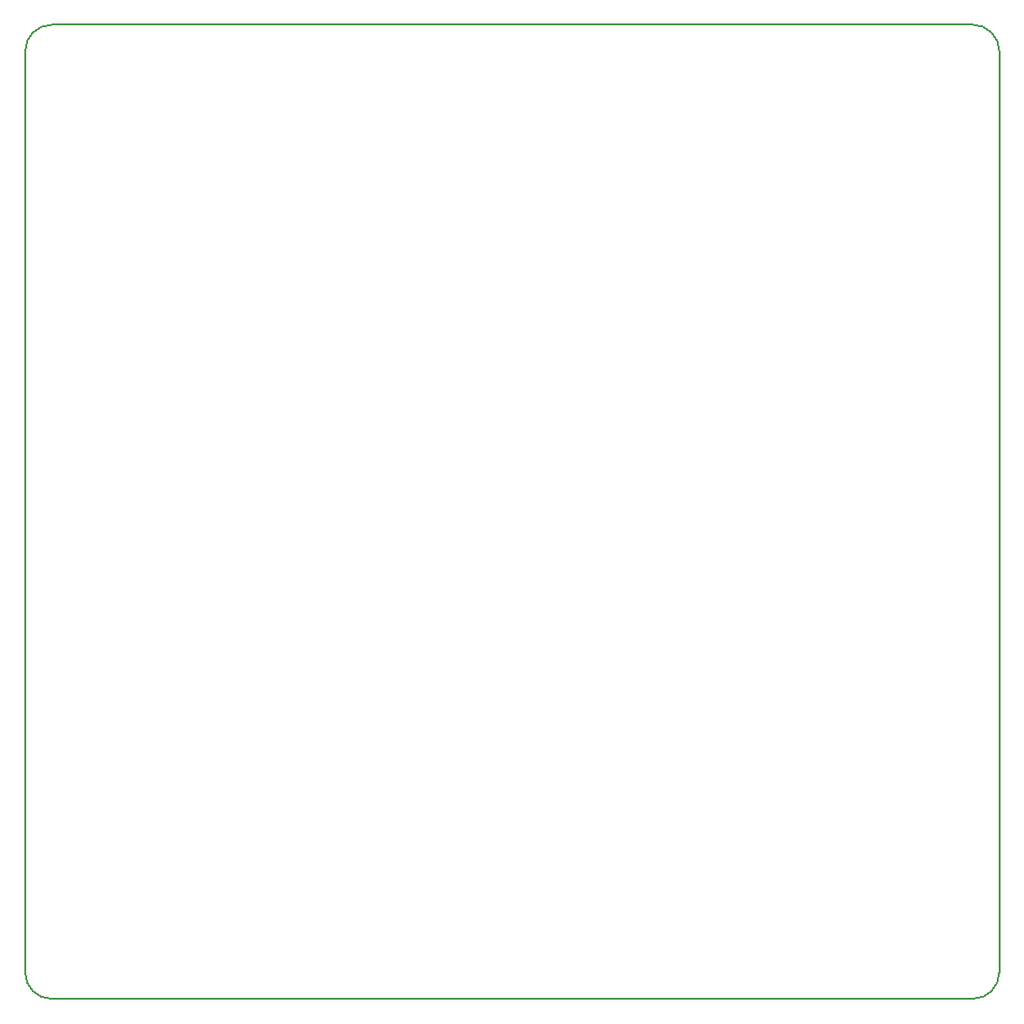
<source format=gbr>
G04 #@! TF.GenerationSoftware,KiCad,Pcbnew,(5.1.2)-1*
G04 #@! TF.CreationDate,2019-05-28T21:20:31-05:00*
G04 #@! TF.ProjectId,Main_PCB_MXALPSCHOC,4d61696e-5f50-4434-925f-4d58414c5053,rev?*
G04 #@! TF.SameCoordinates,Original*
G04 #@! TF.FileFunction,Profile,NP*
%FSLAX46Y46*%
G04 Gerber Fmt 4.6, Leading zero omitted, Abs format (unit mm)*
G04 Created by KiCad (PCBNEW (5.1.2)-1) date 2019-05-28 21:20:31*
%MOMM*%
%LPD*%
G04 APERTURE LIST*
%ADD10C,0.150000*%
G04 APERTURE END LIST*
D10*
X42862500Y-50006250D02*
G75*
G03X40481250Y-52387500I0J-2381250D01*
G01*
X40481250Y-135731250D02*
G75*
G03X42862500Y-138112500I2381250J0D01*
G01*
X126206250Y-138112500D02*
G75*
G03X128587500Y-135731250I0J2381250D01*
G01*
X128587500Y-52387500D02*
G75*
G03X126206250Y-50006250I-2381250J0D01*
G01*
X128587500Y-135731250D02*
X128587500Y-52387500D01*
X42862500Y-138112500D02*
X126206250Y-138112500D01*
X40481250Y-52387500D02*
X40481250Y-135731250D01*
X126206250Y-50006250D02*
X42862500Y-50006250D01*
M02*

</source>
